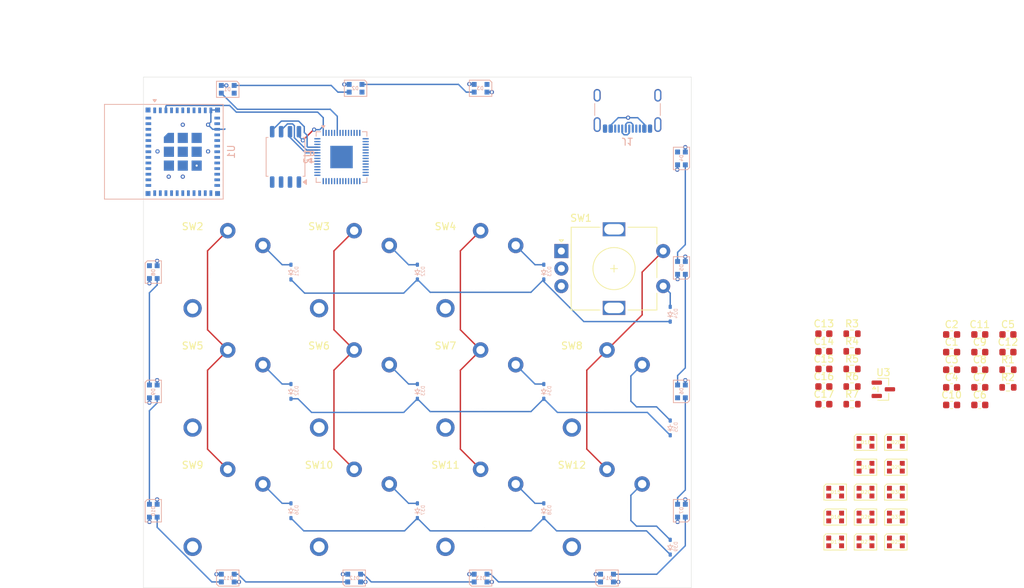
<source format=kicad_pcb>
(kicad_pcb (version 20241229) (generator "pcbnew") (generator_version "9.0")
  (layers (0 "F.Cu" signal) (4 "In1.Cu" power "GND.Cu") (6 "In2.Cu" power "5V.Cu") (2 "B.Cu" signal) (13 "F.Paste" user) (15 "B.Paste" user) (5 "F.SilkS" user "F.Silkscreen") (7 "B.SilkS" user "B.Silkscreen") (1 "F.Mask" user) (3 "B.Mask" user) (25 "Edge.Cuts" user))
  (net 0 "")
  (net 1 "/c1")
  (net 2 "/c2")
  (net 3 "/c3")
  (net 4 "/c4")
  (net 5 "/r1")
  (net 6 "/r2")
  (net 7 "/r3")
  (net 8 "+1V1")
  (net 9 "GND")
  (net 10 "+3V3")
  (net 11 "/backlight")
  (net 12 "+5V")
  (net 13 "Net-(D18-DOUT)")
  (net 14 "Net-(D19-DOUT)")
  (net 15 "Net-(D20-DOUT)")
  (net 16 "/underswitch")
  (net 18 "Net-(J1-CC1)")
  (net 20 "/D-")
  (net 21 "/D+")
  (net 22 "Net-(J1-CC2)")
  (net 23 "/QSPI_SD3")
  (net 24 "/QSPI_SD2")
  (net 25 "/QSPI_SD0")
  (net 26 "/XIN")
  (net 27 "/XOUT")
  (net 28 "/QSPI_SS")
  (net 29 "/QSPI_SD1")
  (net 30 "/QSPI_SCLK")
  (net 31 "/ESP-RX")
  (net 32 "/ESP-TX")
  (net 33 "Net-(D15-DOUT)")
  (net 34 "Net-(D16-DOUT)")
  (net 35 "Net-(D17-DOUT)")
  (net 36 "Net-(D1-DOUT)")
  (net 37 "Net-(D2-DOUT)")
  (net 38 "Net-(D3-DOUT)")
  (net 39 "Net-(D4-DOUT)")
  (net 40 "Net-(D5-DOUT)")
  (net 41 "Net-(D6-DOUT)")
  (net 42 "Net-(D14-DIN)")
  (net 43 "Net-(D8-DIN)")
  (net 45 "Net-(D10-DOUT)")
  (net 46 "Net-(D10-DIN)")
  (net 47 "Net-(D11-DIN)")
  (net 48 "Net-(D12-DIN)")
  (net 49 "Net-(D13-DIN)")
  (net 50 "Net-(D21-A)")
  (net 51 "Net-(D22-A)")
  (net 52 "Net-(D23-A)")
  (net 53 "Net-(D24-A)")
  (net 54 "Net-(D25-DIN)")
  (net 56 "Net-(D26-DIN)")
  (net 57 "Net-(D27-DIN)")
  (net 58 "Net-(D28-DIN)")
  (net 59 "Net-(D29-DIN)")
  (net 60 "Net-(D30-DIN)")
  (net 61 "Net-(D32-A)")
  (net 62 "Net-(D33-A)")
  (net 63 "Net-(D34-A)")
  (net 64 "Net-(D35-A)")
  (net 65 "Net-(D36-A)")
  (net 66 "Net-(D37-A)")
  (net 67 "Net-(D38-A)")
  (net 68 "Net-(D39-A)")
  (net 69 "VBUS")
  (net 70 "Net-(C16-Pad2)")
  (net 71 "Net-(U2-USB_DP)")
  (net 107 "Net-(U2-USB_DM)")
  (net 125 "Net-(R6-Pad1)")
  (net 126 "/1B")
  (net 127 "/1A")
  (footprint "Capacitor_SMD:C_0603_1608Metric" (layer "F.Cu") (at 161.075 96.4)
    (property "Reference" "C9")
    (property "Value" "100nf")
  )
  (footprint "Capacitor_SMD:C_0603_1608Metric" (layer "F.Cu") (at 157.065 103.93)
    (property "Reference" "C10")
    (property "Value" "100nf")
  )
  (footprint "Capacitor_SMD:C_0603_1608Metric" (layer "F.Cu") (at 161.075 98.91)
    (property "Reference" "C8")
    (property "Value" "100nf")
  )
  (footprint "Choc:Choc_V1V2_1.00u" (layer "F.Cu") (at 72 85)
    (property "Reference" "SW3")
    (property "Value" "SW_Push_45deg")
  )
  (footprint "Capacitor_SMD:C_0603_1608Metric" (layer "F.Cu") (at 157.065 93.89)
    (property "Reference" "C2")
    (property "Value" "100nf")
  )
  (footprint "Capacitor_SMD:C_0603_1608Metric" (layer "F.Cu") (at 161.075 101.42)
    (property "Reference" "C7")
    (property "Value" "100nf")
  )
  (footprint "Capacitor_SMD:C_0603_1608Metric" (layer "F.Cu") (at 138.875 101.31)
    (property "Reference" "C16")
    (property "Value" "33pf")
  )
  (footprint "Capacitor_SMD:C_0603_1608Metric" (layer "F.Cu") (at 138.875 96.29)
    (property "Reference" "C14")
    (property "Value" "10uf")
  )
  (footprint "Rotary_Encoder:RotaryEncoder_Alps_EC11E-Switch_Vertical_H20mm" (layer "F.Cu") (at 101.5 82)
    (property "Reference" "SW1")
    (property "Value" "RotaryEncoder_Switch")
  )
  (footprint "Choc:Choc_V1V2_1.00u" (layer "F.Cu") (at 108 119)
    (property "Reference" "SW12")
    (property "Value" "SW_Push_45deg")
  )
  (footprint "LED_SMD:LED_WS2812B-2020_PLCC4_2.0x2.0mm" (layer "F.Cu") (at 149.125 109.25)
    (property "Reference" "D28")
    (property "Value" "WS2812B-2020")
  )
  (footprint "Choc:Choc_V1V2_1.00u" (layer "F.Cu") (at 90 102)
    (property "Reference" "SW7")
    (property "Value" "SW_Push_45deg")
  )
  (footprint "LED_SMD:LED_WS2812B-2020_PLCC4_2.0x2.0mm" (layer "F.Cu") (at 149.125 112.8)
    (property "Reference" "D29")
    (property "Value" "WS2812B-2020")
  )
  (footprint "Resistor_SMD:R_0603_1608Metric" (layer "F.Cu") (at 142.885 103.82)
    (property "Reference" "R7")
    (property "Value" "10k")
  )
  (footprint "Capacitor_SMD:C_0603_1608Metric" (layer "F.Cu") (at 138.875 103.82)
    (property "Reference" "C17")
    (property "Value" "0.1uf")
  )
  (footprint "Resistor_SMD:R_0603_1608Metric" (layer "F.Cu") (at 142.885 93.78)
    (property "Reference" "R3")
    (property "Value" "27")
  )
  (footprint "LED_SMD:LED_WS2812B-2020_PLCC4_2.0x2.0mm" (layer "F.Cu") (at 144.805 119.9)
    (property "Reference" "D26")
    (property "Value" "WS2812B-2020")
  )
  (footprint "Choc:Choc_V1V2_1.00u" (layer "F.Cu") (at 54 102)
    (property "Reference" "SW5")
    (property "Value" "SW_Push_45deg")
  )
  (footprint "Capacitor_SMD:C_0603_1608Metric" (layer "F.Cu") (at 157.065 96.4)
    (property "Reference" "C1")
    (property "Value" "1uf")
  )
  (footprint "LED_SMD:LED_WS2812B-2020_PLCC4_2.0x2.0mm" (layer "F.Cu") (at 144.805 112.8)
    (property "Reference" "D19")
    (property "Value" "WS2812B-2020")
  )
  (footprint "Capacitor_SMD:C_0603_1608Metric" (layer "F.Cu") (at 157.065 101.42)
    (property "Reference" "C4")
    (property "Value" "1uf")
  )
  (footprint "Capacitor_SMD:C_0603_1608Metric" (layer "F.Cu") (at 161.075 103.93)
    (property "Reference" "C6")
    (property "Value" "100nf")
  )
  (footprint "LED_SMD:LED_WS2812B-2020_PLCC4_2.0x2.0mm" (layer "F.Cu") (at 149.125 116.35)
    (property "Reference" "D30")
    (property "Value" "WS2812B-2020")
  )
  (footprint "LED_SMD:LED_WS2812B-2020_PLCC4_2.0x2.0mm" (layer "F.Cu") (at 140.485 123.45)
    (property "Reference" "D17")
    (property "Value" "WS2812B-2020")
  )
  (footprint "Resistor_SMD:R_0603_1608Metric" (layer "F.Cu") (at 142.885 98.8)
    (property "Reference" "R5")
    (property "Value" "1k")
  )
  (footprint "LED_SMD:LED_WS2812B-2020_PLCC4_2.0x2.0mm" (layer "F.Cu") (at 144.805 116.35)
    (property "Reference" "D20")
    (property "Value" "WS2812B-2020")
  )
  (footprint "Choc:Choc_V1V2_1.00u" (layer "F.Cu") (at 54 85)
    (property "Reference" "SW2")
    (property "Value" "SW_Push_45deg")
  )
  (footprint "Choc:Choc_V1V2_1.00u" (layer "F.Cu") (at 72 119)
    (property "Reference" "SW10")
    (property "Value" "SW_Push_45deg")
  )
  (footprint "LED_SMD:LED_WS2812B-2020_PLCC4_2.0x2.0mm" (layer "F.Cu") (at 149.125 123.45)
    (property "Reference" "D25")
    (property "Value" "WS2812B-2020")
  )
  (footprint "LED_SMD:LED_WS2812B-2020_PLCC4_2.0x2.0mm" (layer "F.Cu") (at 144.805 109.25)
    (property "Reference" "D18")
    (property "Value" "WS2812B-2020")
  )
  (footprint "Capacitor_SMD:C_0603_1608Metric" (layer "F.Cu") (at 165.085 96.4)
    (property "Reference" "C12")
    (property "Value" "100nf")
  )
  (footprint "Capacitor_SMD:C_0603_1608Metric" (layer "F.Cu") (at 138.875 98.8)
    (property "Reference" "C15")
    (property "Value" "33pf")
  )
  (footprint "Package_TO_SOT_SMD:SOT-23" (layer "F.Cu") (at 147.345 101.7)
    (property "Reference" "U3")
    (property "Value" "MCP1700x-300xxTT")
  )
  (footprint "Choc:Choc_V1V2_1.00u" (layer "F.Cu") (at 90 119)
    (property "Reference" "SW11")
    (property "Value" "SW_Push_45deg")
  )
  (footprint "LED_SMD:LED_WS2812B-2020_PLCC4_2.0x2.0mm" (layer "F.Cu") (at 149.125 119.9)
    (property "Reference" "D31")
    (property "Value" "WS2812B-2020")
  )
  (footprint "Capacitor_SMD:C_0603_1608Metric" (layer "F.Cu") (at 157.065 98.91)
    (property "Reference" "C3")
    (property "Value" "100nf")
  )
  (footprint "Capacitor_SMD:C_0603_1608Metric" (layer "F.Cu") (at 161.075 93.89)
    (property "Reference" "C11")
    (property "Value" "100nf")
  )
  (footprint "Resistor_SMD:R_0603_1608Metric" (layer "F.Cu") (at 142.885 101.31)
    (property "Reference" "R6")
    (property "Value" "1k")
  )
  (footprint "LED_SMD:LED_WS2812B-2020_PLCC4_2.0x2.0mm" (layer "F.Cu") (at 144.805 123.45)
    (property "Reference" "D27")
    (property "Value" "WS2812B-2020")
  )
  (footprint "LED_SMD:LED_WS2812B-2020_PLCC4_2.0x2.0mm" (layer "F.Cu") (at 140.485 116.35)
    (property "Reference" "D15")
    (property "Value" "WS2812B-2020")
  )
  (footprint "Resistor_SMD:R_0603_1608Metric" (layer "F.Cu") (at 142.885 96.29)
    (property "Reference" "R4")
    (property "Value" "27")
  )
  (footprint "Resistor_SMD:R_0603_1608Metric" (layer "F.Cu") (at 165.085 101.42)
    (property "Reference" "R2")
    (property "Value" "5.1k")
  )
  (footprint "Choc:Choc_V1V2_1.00u" (layer "F.Cu") (at 72 102)
    (property "Reference" "SW6")
    (property "Value" "SW_Push_45deg")
  )
  (footprint "Choc:Choc_V1V2_1.00u" (layer "F.Cu") (at 108 102)
    (property "Reference" "SW8")
    (property "Value" "SW_Push_45deg")
  )
  (footprint "Choc:Choc_V1V2_1.00u" (layer "F.Cu") (at 54 119)
    (property "Reference" "SW9")
    (property "Value" "SW_Push_45deg")
  )
  (footprint "LED_SMD:LED_WS2812B-2020_PLCC4_2.0x2.0mm" (layer "F.Cu") (at 140.485 119.9)
    (property "Reference" "D16")
    (property "Value" "WS2812B-2020")
  )
  (footprint "Choc:Choc_V1V2_1.00u" (layer "F.Cu") (at 90 85)
    (property "Reference" "SW4")
    (property "Value" "SW_Push_45deg")
  )
  (footprint "Resistor_SMD:R_0603_1608Metric" (layer "F.Cu") (at 165.085 98.91)
    (property "Reference" "R1")
    (property "Value" "5.1k")
  )
  (footprint "Capacitor_SMD:C_0603_1608Metric" (layer "F.Cu") (at 138.875 93.78)
    (property "Reference" "C13")
    (property "Value" "10uf")
  )
  (footprint "Capacitor_SMD:C_0603_1608Metric" (layer "F.Cu") (at 165.085 93.89)
    (property "Reference" "C5")
    (property "Value" "100nf")
  )
  (footprint "Diode_SMD:D_SOD-323" (layer "B.Cu") (at 63 85 90)
    (property "Reference" "D21")
    (property "Value" "D_Small")
  )
  (footprint "Diode_SMD:D_SOD-323" (layer "B.Cu") (at 81 119 90)
    (property "Reference" "D37")
    (property "Value" "D_Small")
  )
  (footprint "LED_SMD:LED_WS2812B-2020_PLCC4_2.0x2.0mm" (layer "B.Cu") (at 43.4 119 -90)
    (property "Reference" "D10")
    (property "Value" "WS2812B-2020")
  )
  (footprint "LED_SMD:LED_WS2812B-2020_PLCC4_2.0x2.0mm" (layer "B.Cu") (at 43.4 85 -90)
    (property "Reference" "D8")
    (property "Value" "WS2812B-2020")
  )
  (footprint "Diode_SMD:D_SOD-323" (layer "B.Cu") (at 117 107.2 90)
    (property "Reference" "D35")
    (property "Value" "D_Small")
  )
  (footprint "LED_SMD:LED_WS2812B-2020_PLCC4_2.0x2.0mm" (layer "B.Cu") (at 118.6 102 90)
    (property "Reference" "D6")
    (property "Value" "WS2812B-2020")
  )
  (footprint "LED_SMD:LED_WS2812B-2020_PLCC4_2.0x2.0mm" (layer "B.Cu") (at 43.4 102 -90)
    (property "Reference" "D9")
    (property "Value" "WS2812B-2020")
  )
  (footprint "Diode_SMD:D_SOD-323" (layer "B.Cu") (at 63 119 90)
    (property "Reference" "D36")
    (property "Value" "D_Small")
  )
  (footprint "LED_SMD:LED_WS2812B-2020_PLCC4_2.0x2.0mm" (layer "B.Cu") (at 90 128.6)
    (property "Reference" "D13")
    (property "Value" "WS2812B-2020")
  )
  (footprint "LED_SMD:LED_WS2812B-2020_PLCC4_2.0x2.0mm" (layer "B.Cu") (at 72.2 58.8 180)
    (property "Reference" "D2")
    (property "Value" "WS2812B-2020")
  )
  (footprint "LED_SMD:LED_WS2812B-2020_PLCC4_2.0x2.0mm" (layer "B.Cu") (at 72 128.6)
    (property "Reference" "D12")
    (property "Value" "WS2812B-2020")
  )
  (footprint "LED_SMD:LED_WS2812B-2020_PLCC4_2.0x2.0mm" (layer "B.Cu") (at 54 128.6)
    (property "Reference" "D11")
    (property "Value" "WS2812B-2020")
  )
  (footprint "Diode_SMD:D_SOD-323" (layer "B.Cu") (at 99 119 90)
    (property "Reference" "D38")
    (property "Value" "D_Small")
  )
  (footprint "Diode_SMD:D_SOD-323" (layer "B.Cu") (at 81 102 90)
    (property "Reference" "D33")
    (property "Value" "D_Small")
  )
  (footprint "Connector_USB:USB_C_Receptacle_GCT_USB4105-xx-A_16P_TopMnt_Horizontal" (layer "B.Cu") (at 110.92 60.875)
    (property "Reference" "J1")
    (property "Value" "USB_C_Receptacle_USB2.0_16P")
  )
  (footprint "LED_SMD:LED_WS2812B-2020_PLCC4_2.0x2.0mm" (layer "B.Cu") (at 118.6 68.8 90)
    (property "Reference" "D4")
    (property "Value" "WS2812B-2020")
  )
  (footprint "Package_DFN_QFN:QFN-56-1EP_7x7mm_P0.4mm_EP3.2x3.2mm" (layer "B.Cu") (at 70.2 68.6 -90)
    (property "Reference" "U2")
    (property "Value" "RP2040")
  )
  (footprint "LED_SMD:LED_WS2812B-2020_PLCC4_2.0x2.0mm" (layer "B.Cu") (at 90 58.8 180)
    (property "Reference" "D3")
    (property "Value" "WS2812B-2020")
  )
  (footprint "LED_SMD:LED_WS2812B-2020_PLCC4_2.0x2.0mm" (layer "B.Cu") (at 108 128.6)
    (property "Reference" "D14")
    (property "Value" "WS2812B-2020")
  )
  (footprint "Diode_SMD:D_SOD-323" (layer "B.Cu") (at 63 102 90)
    (property "Reference" "D32")
    (property "Value" "D_Small")
  )
  (footprint "Diode_SMD:D_SOD-323" (layer "B.Cu") (at 117 91 90)
    (property "Reference" "D24")
    (property "Value" "D_Small")
  )
  (footprint "LED_SMD:LED_WS2812B-2020_PLCC4_2.0x2.0mm" (layer "B.Cu") (at 118.6 84.4 90)
    (property "Reference" "D5")
    (property "Value" "WS2812B-2020")
  )
  (footprint "LED_SMD:LED_WS2812B-2020_PLCC4_2.0x2.0mm" (layer "B.Cu") (at 54 58.95 180)
    (property "Reference" "D1")
    (property "Value" "WS2812B-2020")
  )
  (footprint "Diode_SMD:D_SOD-323" (layer "B.Cu") (at 99 102 90)
    (property "Reference" "D34")
    (property "Value" "D_Small")
  )
  (footprint "Diode_SMD:D_SOD-323" (layer "B.Cu") (at 81 85 90)
    (property "Reference" "D22")
    (property "Value" "D_Small")
  )
  (footprint "Package_SO:SOIC-8_5.3x5.3mm_P1.27mm" (layer "B.Cu") (at 62.23 68.58 90)
    (property "Reference" "U4")
    (property "Value" "W25Q16JVSS")
  )
  (footprint "Diode_SMD:D_SOD-323" (layer "B.Cu") (at 99 85 90)
    (property "Reference" "D23")
    (property "Value" "D_Small")
  )
  (footprint "RF_Module:ESP32-C6-MINI-1" (layer "B.Cu") (at 47.6 67.85 -90)
    (property "Reference" "U1")
    (property "Value" "ESP32-C6-MINI-1")
  )
  (footprint "LED_SMD:LED_WS2812B-2020_PLCC4_2.0x2.0mm" (layer "B.Cu") (at 118.6 119 90)
    (property "Reference" "D7")
    (property "Value" "WS2812B-2020")
  )
  (footprint "Diode_SMD:D_SOD-323" (layer "B.Cu") (at 117 124.2 90)
    (property "Reference" "D39")
    (property "Value" "D_Small")
  )
  (gr_rect (start 42 57.2) (end 120 130) (stroke (width 0.05)) (fill no) (layer "Edge.Cuts"))
  (segment (start 51.124 98.976) (end 51.124 110.224) (width 0.2) (layer "F.Cu") (net 1))
  (segment (start 54 79.1) (end 51.124 81.976) (width 0.2) (layer "F.Cu") (net 1))
  (segment (start 51.124 93.224) (end 54 96.1) (width 0.2) (layer "F.Cu") (net 1))
  (segment (start 51.124 81.976) (end 51.124 93.224) (width 0.2) (layer "F.Cu") (net 1))
  (segment (start 51.124 110.224) (end 54 113.1) (width 0.2) (layer "F.Cu") (net 1))
  (segment (start 54 96.1) (end 51.124 98.976) (width 0.2) (layer "F.Cu") (net 1))
  (segment (start 72 113.1) (end 69.124 110.224) (width 0.2) (layer "F.Cu") (net 2))
  (segment (start 69.124 98.976) (end 72 96.1) (width 0.2) (layer "F.Cu") (net 2))
  (segment (start 69.124 110.224) (end 69.124 98.976) (width 0.2) (layer "F.Cu") (net 2))
  (segment (start 69.124 93.224) (end 69.124 81.976) (width 0.2) (layer "F.Cu") (net 2))
  (segment (start 72 96.1) (end 69.124 93.224) (width 0.2) (layer "F.Cu") (net 2))
  (segment (start 69.124 81.976) (end 72 79.1) (width 0.2) (layer "F.Cu") (net 2))
  (segment (start 87.124 98.976) (end 87.124 110.224) (width 0.2) (layer "F.Cu") (net 3))
  (segment (start 87.124 81.976) (end 87.124 93.224) (width 0.2) (layer "F.Cu") (net 3))
  (segment (start 90 96.1) (end 87.124 98.976) (width 0.2) (layer "F.Cu") (net 3))
  (segment (start 87.124 110.224) (end 90 113.1) (width 0.2) (layer "F.Cu") (net 3))
  (segment (start 90 79.1) (end 87.124 81.976) (width 0.2) (layer "F.Cu") (net 3))
  (segment (start 87.124 93.224) (end 90 96.1) (width 0.2) (layer "F.Cu") (net 3))
  (segment (start 105.124 110.224) (end 105.124 98.976) (width 0.2) (layer "F.Cu") (net 4))
  (segment (start 108 113.1) (end 105.124 110.224) (width 0.2) (layer "F.Cu") (net 4))
  (segment (start 116 82) (end 113 85) (width 0.2) (layer "F.Cu") (net 4))
  (segment (start 105.124 98.976) (end 108 96.1) (width 0.2) (layer "F.Cu") (net 4))
  (segment (start 113 85) (end 113 91.1) (width 0.2) (layer "F.Cu") (net 4))
  (segment (start 113 91.1) (end 108 96.1) (width 0.2) (layer "F.Cu") (net 4))
  (segment (start 97.174 87.876) (end 99 86.05) (width 0.2) (layer "B.Cu") (net 5))
  (segment (start 79.05 88) (end 81 86.05) (width 0.2) (layer "B.Cu") (net 5))
  (segment (start 81 86.05) (end 82.826 87.876) (width 0.2) (layer "B.Cu") (net 5))
  (segment (start 104.700001 92.05) (end 117 92.05) (width 0.2) (layer "B.Cu") (net 5))
  (segment (start 99 86.349999) (end 104.700001 92.05) (width 0.2) (layer "B.Cu") (net 5))
  (segment (start 82.826 87.876) (end 97.174 87.876) (width 0.2) (layer "B.Cu") (net 5))
  (segment (start 64.95 88) (end 79.05 88) (width 0.2) (layer "B.Cu") (net 5))
  (segment (start 63 86.05) (end 64.95 88) (width 0.2) (layer "B.Cu") (net 5))
  (segment (start 99 86.05) (end 99 86.349999) (width 0.2) (layer "B.Cu") (net 5))
  (segment (start 81 103.05) (end 82.826 104.876) (width 0.2) (layer "B.Cu") (net 6))
  (segment (start 97.174 104.876) (end 99 103.05) (width 0.2) (layer "B.Cu") (net 6))
  (segment (start 65.95 105) (end 79.05 105) (width 0.2) (layer "B.Cu") (net 6))
  (segment (start 99 103.05) (end 100.95 105) (width 0.2) (layer "B.Cu") (net 6))
  (segment (start 79.05 105) (end 81 103.05) (width 0.2) (layer "B.Cu") (net 6))
  (segment (start 64 103.05) (end 65.95 105) (width 0.2) (layer "B.Cu") (net 6))
  (segment (start 82.826 104.876) (end 97.174 104.876) (width 0.2) (layer "B.Cu") (net 6))
  (segment (start 117 108.25) (end 113.75 105) (width 0.2) (layer "B.Cu") (net 6))
  (segment (start 63 103.05) (end 64 103.05) (width 0.2) (layer "B.Cu") (net 6))
  (segment (start 113.75 105) (end 100.95 105) (width 0.2) (layer "B.Cu") (net 6))
  (segment (start 79.174 121.876) (end 81 120.05) (width 0.2) (layer "B.Cu") (net 7))
  (segment (start 64.826 121.876) (end 79.174 121.876) (width 0.2) (layer "B.Cu") (net 7))
  (segment (start 117 125.25) (end 113.626 121.876) (width 0.2) (layer "B.Cu") (net 7))
  (segment (start 113.626 121.876) (end 100.826 121.876) (width 0.2) (layer "B.Cu") (net 7))
  (segment (start 82.826 121.876) (end 97.174 121.876) (width 0.2) (layer "B.Cu") (net 7))
  (segment (start 81 120.05) (end 82.826 121.876) (width 0.2) (layer "B.Cu") (net 7))
  (segment (start 97.174 121.876) (end 99 120.05) (width 0.2) (layer "B.Cu") (net 7))
  (segment (start 99 120.05) (end 100.826 121.876) (width 0.2) (layer "B.Cu") (net 7))
  (segment (start 63 120.05) (end 64.826 121.876) (width 0.2) (layer "B.Cu") (net 7))
  (via (at 43.95 83.4) (size 0.6) (drill 0.3) (layers "F.Cu" "B.Cu") (net 9))
  (via (at 118.05 120.6) (size 0.6) (drill 0.3) (layers "F.Cu" "B.Cu") (net 9))
  (via (at 49.575 69.825) (size 0.6) (drill 0.3) (layers "F.Cu" "B.Cu") (net 9))
  (via (at 70.4 128.05) (size 0.6) (drill 0.3) (layers "F.Cu" "B.Cu") (net 9))
  (via (at 88.4 128.05) (size 0.6) (drill 0.3) (layers "F.Cu" "B.Cu") (net 9))
  (via (at 47.6 64) (size 0.6) (drill 0.3) (layers "F.Cu" "B.Cu") (net 9))
  (via (at 43.95 100.4) (size 0.6) (drill 0.3) (layers "F.Cu" "B.Cu") (net 9))
  (via (at 43.95 117.4) (size 0.6) (drill 0.3) (layers "F.Cu" "B.Cu") (net 9))
  (via (at 118 70.4) (size 0.6) (drill 0.3) (layers "F.Cu" "B.Cu") (net 9))
  (via (at 51.2 64) (size 0.6) (drill 0.3) (layers "F.Cu" "B.Cu") (net 9))
  (via (at 51.2 67.8) (size 0.6) (drill 0.3) (layers "F.Cu" "B.Cu") (net 9))
  (via (at 45.6 71.4) (size 0.6) (drill 0.3) (layers "F.Cu" "B.Cu") (net 9))
  (via (at 44 67.8) (size 0.6) (drill 0.3) (layers "F.Cu" "B.Cu") (net 9))
  (via (at 47.6 71.4) (size 0.6) (drill 0.3) (layers "F.Cu" "B.Cu") (net 9))
  (via (at 52.4 128.05) (size 0.6) (drill 0.3) (layers "F.Cu" "B.Cu") (net 9))
  (via (at 106.4 128.05) (size 0.6) (drill 0.3) (layers "F.Cu" "B.Cu") (net 9))
  (via (at 91.6 59.35) (size 0.6) (drill 0.3) (layers "F.Cu" "B.Cu") (net 9))
  (via (at 118.05 86) (size 0.6) (drill 0.3) (layers "F.Cu" "B.Cu") (net 9))
  (segment (start 43.95 118.085) (end 43.95 117.4) (width 0.2) (layer "B.Cu") (net 9))
  (segment (start 43.95 101.085) (end 43.95 100.4) (width 0.2) (layer "B.Cu") (net 9))
  (segment (start 118.05 119.915) (end 118.05 120.6) (width 0.2) (layer "B.Cu") (net 9))
  (segment (start 51.6 63.6) (end 51.2 64) (width 0.2) (layer "B.Cu") (net 9))
  (segment (start 89.085 128.05) (end 88.4 128.05) (width 0.2) (layer "B.Cu") (net 9))
  (segment (start 90.915 59.35) (end 91.6 59.35) (width 0.2) (layer "B.Cu") (net 9))
  (segment (start 51.6 61.95) (end 51.6 63.6) (width 0.2) (layer "B.Cu") (net 9))
  (segment (start 52.55 61.9) (end 51.65 61.9) (width 0.2) (layer "B.Cu") (net 9))
  (segment (start 118.05 85.315) (end 118.05 86) (width 0.2) (layer "B.Cu") (net 9))
  (segment (start 118.05 69.715) (end 118.05 70.35) (width 0.2) (layer "B.Cu") (net 9))
  (segment (start 53.55 64.65) (end 53.6 64.6) (width 0.2) (layer "B.Cu") (net 9))
  (segment (start 118.05 70.35) (end 118 70.4) (width 0.2) (layer "B.Cu") (net 9))
  (segment (start 51.65 61.9) (end 51.6 61.95) (width 0.2) (layer "B.Cu") (net 9))
  (segment (start 53.085 128.05) (end 52.4 128.05) (width 0.2) (layer "B.Cu") (net 9))
  (segment (start 43.95 84.085) (end 43.95 83.4) (width 0.2) (layer "B.Cu") (net 9))
  (segment (start 52.5 64.65) (end 53.55 64.65) (width 0.2) (layer "B.Cu") (net 9))
  (segment (start 107.085 128.05) (end 106.4 128.05) (width 0.2) (layer "B.Cu") (net 9))
  (segment (start 51.85 64.65) (end 51.2 64) (width 0.2) (layer "B.Cu") (net 9))
  (segment (start 52.5 64.65) (end 51.85 64.65) (width 0.2) (layer "B.Cu") (net 9))
  (segment (start 71.085 128.05) (end 70.4 128.05) (width 0.2) (layer "B.Cu") (net 9))
  (segment (start 66.224372 64.7) (end 66.3 64.7) (width 0.2) (layer "F.Cu") (net 10))
  (segment (start 64.7 66.224372) (end 66.224372 64.7) (width 0.2) (layer "F.Cu") (net 10))
  (via (at 66.3 64.7) (size 0.6) (drill 0.3) (layers "F.Cu" "B.Cu") (net 10))
  (via (at 64.7 66.224372) (size 0.6) (drill 0.3) (layers "F.Cu" "B.Cu") (net 10))
  (segment (start 66.3 64.7) (end 67.1 64.7) (width 0.2) (layer "B.Cu") (net 10))
  (segment (start 67.6 63) (end 67.6 64.2) (width 0.2) (layer "B.Cu") (net 10))
  (segment (start 67.1 64.7) (end 67.6 64.2) (width 0.2) (layer "B.Cu") (net 10))
  (segment (start 67.6 64.2) (end 67.6 65.1625) (width 0.2) (layer "B.Cu") (net 10))
  (segment (start 64.135 64.9925) (end 64.135 65.659372) (width 0.2) (layer "B.Cu") (net 10))
  (segment (start 45.301 61.249) (end 54.2669 61.249) (width 0.2) (layer "B.Cu") (net 10))
  (segment (start 45.2 61.35) (end 45.301 61.249) (width 0.2) (layer "B.Cu") (net 10))
  (segment (start 45.2 61.95) (end 45.2 61.35) (width 0.2) (layer "B.Cu") (net 10))
  (segment (start 55.2179 62.2) (end 66.8 62.2) (width 0.2) (layer "B.Cu") (net 10))
  (segment (start 54.2669 61.249) (end 55.2179 62.2) (width 0.2) (layer "B.Cu") (net 10))
  (segment (start 66.8 62.2) (end 67.6 63) (width 0.2) (layer "B.Cu") (net 10))
  (segment (start 64.135 65.659372) (end 64.7 66.224372) (width 0.2) (layer "B.Cu") (net 10))
  (segment (start 53.085 59.5) (end 55.385 61.8) (width 0.2) (layer "B.Cu") (net 11))
  (segment (start 69.6 62.8) (end 69.6 65.1625) (width 0.2) (layer "B.Cu") (net 11))
  (segment (start 55.385 61.8) (end 68.6 61.8) (width 0.2) (layer "B.Cu") (net 11))
  (segment (start 68.6 61.8) (end 69.6 62.8) (width 0.2) (layer "B.Cu") (net 11))
  (via (at 53.8 58.4) (size 0.6) (drill 0.3) (layers "F.Cu" "B.Cu") (net 12))
  (via (at 119.15 100.4) (size 0.6) (drill 0.3) (layers "F.Cu" "B.Cu") (net 12))
  (via (at 42.85 103.6) (size 0.6) (drill 0.3) (layers "F.Cu" "B.Cu") (net 12))
  (via (at 119.15 117.4) (size 0.6) (drill 0.3) (layers "F.Cu" "B.Cu") (net 12))
  (via (at 109.6 129.15) (size 0.6) (drill 0.3) (layers "F.Cu" "B.Cu") (net 12))
  (via (at 91.6 129.15) (size 0.6) (drill 0.3) (layers "F.Cu" "B.Cu") (net 12))
  (via (at 70.6 58.25) (size 0.6) (drill 0.3) (layers "F.Cu" "B.Cu") (net 12))
  (via (at 55.6 129.15) (size 0.6) (drill 0.3) (layers "F.Cu" "B.Cu") (net 12))
  (via (at 88.4 58.2) (size 0.6) (drill 0.3) (layers "F.Cu" "B.Cu") (net 12))
  (via (at 119.15 67.2) (size 0.6) (drill 0.3) (layers "F.Cu" "B.Cu") (net 12))
  (via (at 42.85 86.6) (size 0.6) (drill 0.3) (layers "F.Cu" "B.Cu") (net 12))
  (via (at 73.6 129.15) (size 0.6) (drill 0.3) (layers "F.Cu" "B.Cu") (net 12))
  (via (at 42.85 120.6) (size 0.6) (drill 0.3) (layers "F.Cu" "B.Cu") (net 12))
  (via (at 119.15 82.8) (size 0.6) (drill 0.3) (layers "F.Cu" "B.Cu") (net 12))
  (segment (start 53.085 58.4) (end 53.8 58.4) (width 0.2) (layer "B.Cu") (net 12))
  (segment (start 119.15 83.485) (end 119.15 82.8) (width 0.2) (layer "B.Cu") (net 12))
  (segment (start 119.15 67.885) (end 119.15 67.2) (width 0.2) (layer "B.Cu") (net 12))
  (segment (start 71.285 58.25) (end 70.6 58.25) (width 0.2) (layer "B.Cu") (net 12))
  (segment (start 119.15 101.085) (end 119.15 100.4) (width 0.2) (layer "B.Cu") (net 12))
  (segment (start 42.85 102.915) (end 42.85 103.6) (width 0.2) (layer "B.Cu") (net 12))
  (segment (start 54.915 129.15) (end 55.6 129.15) (width 0.2) (layer "B.Cu") (net 12))
  (segment (start 72.915 129.15) (end 73.6 129.15) (width 0.2) (layer "B.Cu") (net 12))
  (segment (start 88.45 58.25) (end 89.085 58.25) (width 0.2) (layer "B.Cu") (net 12))
  (segment (start 42.85 119.915) (end 42.85 120.6) (width 0.2) (layer "B.Cu") (net 12))
  (segment (start 88.4 58.2) (end 88.45 58.25) (width 0.2) (layer "B.Cu") (net 12))
  (segment (start 108.915 129.15) (end 109.6 129.15) (width 0.2) (layer "B.Cu") (net 12))
  (segment (start 42.85 85.915) (end 42.85 86.6) (width 0.2) (layer "B.Cu") (net 12))
  (segment (start 119.15 118.085) (end 119.15 117.4) (width 0.2) (layer "B.Cu") (net 12))
  (segment (start 90.915 129.15) (end 91.6 129.15) (width 0.2) (layer "B.Cu") (net 12))
  (segment (start 111.17 65.163824) (end 111.17 64.555) (width 0.2) (layer "B.Cu") (net 20))
  (segment (start 110.902824 65.431) (end 111.17 65.163824) (width 0.2) (layer "B.Cu") (net 20))
  (segment (start 110.17 64.555) (end 110.17 65.163824) (width 0.2) (layer "B.Cu") (net 20))
  (segment (start 110.17 65.163824) (end 110.437176 65.431) (width 0.2) (layer "B.Cu") (net 20))
  (segment (start 110.437176 65.431) (end 110.902824 65.431) (width 0.2) (layer "B.Cu") (net 20))
  (segment (start 111.67 63.946176) (end 111.402824 63.679) (width 0.2) (layer "B.Cu") (net 21))
  (segment (start 110.67 63.93) (end 110.67 64.555) (width 0.2) (layer "B.Cu") (net 21))
  (segment (start 111.402824 63.679) (end 110.921 63.679) (width 0.2) (layer "B.Cu") (net 21))
  (segment (start 111.67 64.555) (end 111.67 63.946176) (width 0.2) (layer "B.Cu") (net 21))
  (segment (start 110.921 63.679) (end 110.67 63.93) (width 0.2) (layer "B.Cu") (net 21))
  (segment (start 62.865 64.9925) (end 62.865 65.804999) (width 0.2) (layer "B.Cu") (net 23))
  (segment (start 62.865 65.804999) (end 65.060001 68) (width 0.2) (layer "B.Cu") (net 23))
  (segment (start 65.060001 68) (end 66.7625 68) (width 0.2) (layer "B.Cu") (net 23))
  (segment (start 66.7625 67.2) (end 65.394201 67.2) (width 0.2) (layer "B.Cu") (net 25))
  (segment (start 64.09299 63.478) (end 61.63701 63.478) (width 0.2) (layer "B.Cu") (net 25))
  (segment (start 64.9 65.1) (end 64.9 64.28501) (width 0.2) (layer "B.Cu") (net 25))
  (segment (start 60.325 64.79001) (end 60.325 64.9925) (width 0.2) (layer "B.Cu") (net 25))
  (segment (start 65.394201 67.2) (end 65.3 67.105799) (width 0.2) (layer "B.Cu") (net 25))
  (segment (start 64.9 64.28501) (end 64.09299 63.478) (width 0.2) (layer "B.Cu") (net 25))
  (segment (start 65.3 67.105799) (end 65.3 65.5) (width 0.2) (layer "B.Cu") (net 25))
  (segment (start 61.63701 63.478) (end 60.325 64.79001) (width 0.2) (layer "B.Cu") (net 25))
  (segment (start 65.3 65.5) (end 64.9 65.1) (width 0.2) (layer "B.Cu") (net 25))
  (segment (start 63.22399 63.879) (end 62.50601 63.879) (width 0.2) (layer "B.Cu") (net 30))
  (segment (start 62.50601 63.879) (end 61.595 64.79001) (width 0.2) (layer "B.Cu") (net 30))
  (segment (start 65.227101 67.6) (end 63.491 65.863899) (width 0.2) (layer "B.Cu") (net 30))
  (segment (start 61.595 64.79001) (end 61.595 64.9925) (width 0.2) (layer "B.Cu") (net 30))
  (segment (start 63.491 65.863899) (end 63.491 64.14601) (width 0.2) (layer "B.Cu") (net 30))
  (segment (start 63.491 64.14601) (end 63.22399 63.879) (width 0.2) (layer "B.Cu") (net 30))
  (segment (start 66.7625 67.6) (end 65.227101 67.6) (width 0.2) (layer "B.Cu") (net 30))
  (segment (start 68.733 58.4) (end 54.915 58.4) (width 0.2) (layer "B.Cu") (net 36))
  (segment (start 69.683 59.35) (end 68.733 58.4) (width 0.2) (layer "B.Cu") (net 36))
  (segment (start 71.285 59.35) (end 69.683 59.35) (width 0.2) (layer "B.Cu") (net 36))
  (segment (start 89.085 59.35) (end 87.95 59.35) (width 0.2) (layer "B.Cu") (net 37))
  (segment (start 87.95 59.35) (end 86.85 58.25) (width 0.2) (layer "B.Cu") (net 37))
  (segment (start 86.85 58.25) (end 73.115 58.25) (width 0.2) (layer "B.Cu") (net 37))
  (segment (start 119.15 81.083) (end 119.15 69.715) (width 0.2) (layer "B.Cu") (net 39))
  (segment (start 118.05 82.183) (end 119.15 81.083) (width 0.2) (layer "B.Cu") (net 39))
  (segment (start 118.05 83.485) (end 118.05 82.183) (width 0.2) (layer "B.Cu") (net 39))
  (segment (start 119.15 98.65) (end 118.05 99.75) (width 0.2) (layer "B.Cu") (net 40))
  (segment (start 118.05 99.75) (end 118.05 101.085) (width 0.2) (layer "B.Cu") (net 40))
  (segment (start 119.15 85.315) (end 119.15 98.65) (width 0.2) (layer "B.Cu") (net 40))
  (segment (start 119.15 116.05) (end 118.05 117.15) (width 0.2) (layer "B.Cu") (net 41))
  (segment (start 118.05 117.15) (end 118.05 118.085) (width 0.2) (layer "B.Cu") (net 41))
  (segment (start 119.15 102.915) (end 119.15 116.05) (width 0.2) (layer "B.Cu") (net 41))
  (segment (start 119.15 123.987894) (end 119.15 119.915) (width 0.2) (layer "B.Cu") (net 42))
  (segment (start 115.087894 128.05) (end 119.15 123.987894) (width 0.2) (layer "B.Cu") (net 42))
  (segment (start 108.915 128.05) (end 115.087894 128.05) (width 0.2) (layer "B.Cu") (net 42))
  (segment (start 42.85 101.085) (end 42.85 87.95) (width 0.2) (layer "B.Cu") (net 43))
  (segment (start 42.85 87.95) (end 43.95 86.85) (width 0.2) (layer "B.Cu") (net 43))
  (segment (start 43.95 86.85) (end 43.95 85.915) (width 0.2) (layer "B.Cu") (net 43))
  (segment (start 42.85 104.75) (end 43.95 103.65) (width 0.2) (layer "B.Cu") (net 45))
  (segment (start 42.85 118.085) (end 42.85 104.75) (width 0.2) (layer "B.Cu") (net 45))
  (segment (start 43.95 103.65) (end 43.95 102.915) (width 0.2) (layer "B.Cu") (net 45))
  (segment (start 51.735844 129.15) (end 53.085 129.15) (width 0.2) (layer "B.Cu") (net 46))
  (segment (start 43.95 119.915) (end 43.95 121.364156) (width 0.2) (layer "B.Cu") (net 46))
  (segment (start 43.95 121.364156) (end 51.735844 129.15) (width 0.2) (layer "B.Cu") (net 46))
  (segment (start 56.565 129.15) (end 71.085 129.15) (width 0.2) (layer "B.Cu") (net 47))
  (segment (start 55.465 128.05) (end 56.565 129.15) (width 0.2) (layer "B.Cu") (net 47))
  (segment (start 54.915 128.05) (end 55.465 128.05) (width 0.2) (layer "B.Cu") (net 47))
  (segment (start 73.3335 128.05) (end 73.8325 128.549) (width 0.2) (layer "B.Cu") (net 48))
  (segment (start 74.201 128.901057) (end 74.201 128.9175) (width 0.2) (layer "B.Cu") (net 48))
  (segment (start 73.848943 128.549) (end 74.201 128.901057) (width 0.2) (layer "B.Cu") (net 48))
  (segment (start 72.915 128.05) (end 73.3335 128.05) (width 0.2) (layer "B.Cu") (net 48))
  (segment (start 74.201 128.9175) (end 74.4335 129.15) (width 0.2) (layer "B.Cu") (net 48))
  (segment (start 73.8325 128.549) (end 73.848943 128.549) (width 0.2) (layer "B.Cu") (net 48))
  (segment (start 74.4335 129.15) (end 89.085 129.15) (width 0.2) (layer "B.Cu") (net 48))
  (segment (start 90.915 128.05) (end 91.45 128.05) (width 0.2) (layer "B.Cu") (net 49))
  (segment (start 92.55 129.15) (end 107.085 129.15) (width 0.2) (layer "B.Cu") (net 49))
  (segment (start 91.45 128.05) (end 92.55 129.15) (width 0.2) (layer "B.Cu") (net 49))
  (segment (start 61.75 83.95) (end 59 81.2) (width 0.2) (layer "B.Cu") (net 50))
  (segment (start 63 83.95) (end 61.75 83.95) (width 0.2) (layer "B.Cu") (net 50))
  (segment (start 81 83.95) (end 79.75 83.95) (width 0.2) (layer "B.Cu") (net 51))
  (segment (start 79.75 83.95) (end 77 81.2) (width 0.2) (layer "B.Cu") (net 51))
  (segment (start 99 83.95) (end 97.75 83.95) (width 0.2) (layer "B.Cu") (net 52))
  (segment (start 97.75 83.95) (end 95 81.2) (width 0.2) (layer "B.Cu") (net 52))
  (segment (start 117 89.95) (end 117 88) (width 0.2) (layer "B.Cu") (net 53))
  (segment (start 117 88) (end 116 87) (width 0.2) (layer "B.Cu") (net 53))
  (segment (start 63 100.95) (end 61.75 100.95) (width 0.2) (layer "B.Cu") (net 61))
  (segment (start 61.75 100.95) (end 59 98.2) (width 0.2) (layer "B.Cu") (net 61))
  (segment (start 81 100.95) (end 79.75 100.95) (width 0.2) (layer "B.Cu") (net 62))
  (segment (start 79.75 100.95) (end 77 98.2) (width 0.2) (layer "B.Cu") (net 62))
  (segment (start 97.75 100.95) (end 95 98.2) (width 0.2) (layer "B.Cu") (net 63))
  (segment (start 99 100.95) (end 97.75 100.95) (width 0.2) (layer "B.Cu") (net 63))
  (segment (start 111.4 103.4) (end 111.4 99.8) (width 0.2) (layer "B.Cu") (net 64))
  (segment (start 112.2 104.2) (end 111.4 103.4) (width 0.2) (layer "B.Cu") (net 64))
  (segment (start 117 106.15) (end 115.05 104.2) (width 0.2) (layer "B.Cu") (net 64))
  (segment (start 111.4 99.8) (end 113 98.2) (width 0.2) (layer "B.Cu") (net 64))
  (segment (start 115.05 104.2) (end 112.2 104.2) (width 0.2) (layer "B.Cu") (net 64))
  (segment (start 63 117.95) (end 61.75 117.95) (width 0.2) (layer "B.Cu") (net 65))
  (segment (start 61.75 117.95) (end 59 115.2) (width 0.2) (layer "B.Cu") (net 65))
  (segment (start 81 117.95) (end 79.75 117.95) (width 0.2) (layer "B.Cu") (net 66))
  (segment (start 79.75 117.95) (end 77 115.2) (width 0.2) (layer "B.Cu") (net 66))
  (segment (start 97.75 117.95) (end 95 115.2) (width 0.2) (layer "B.Cu") (net 67))
  (segment (start 99 117.95) (end 97.75 117.95) (width 0.2) (layer "B.Cu") (net 67))
  (segment (start 111.4 116.8) (end 113 115.2) (width 0.2) (layer "B.Cu") (net 68))
  (segment (start 117 123.15) (end 115.05 121.2) (width 0.2) (layer "B.Cu") (net 68))
  (segment (start 111.4 120.4) (end 111.4 116.8) (width 0.2) (layer "B.Cu") (net 68))
  (segment (start 112.2 121.2) (end 111.4 120.4) (width 0.2) (layer "B.Cu") (net 68))
  (segment (start 115.05 121.2) (end 112.2 121.2) (width 0.2) (layer "B.Cu") (net 68))
  (via (at 111 63) (size 0.6) (drill 0.3) (layers "F.Cu" "B.Cu") (net 69))
  (segment (start 111 63) (end 109.6 63) (width 0.2) (layer "B.Cu") (net 69))
  (segment (start 112.373992 63) (end 113.32 63.946008) (width 0.2) (layer "B.Cu") (net 69))
  (segment (start 111 63) (end 112.373992 63) (width 0.2) (layer "B.Cu") (net 69))
  (segment (start 108.52 64.08) (end 108.52 64.555) (width 0.2) (layer "B.Cu") (net 69))
  (segment (start 113.32 63.946008) (end 113.32 64.555) (width 0.2) (layer "B.Cu") (net 69))
  (segment (start 109.6 63) (end 108.52 64.08) (width 0.2) (layer "B.Cu") (net 69))
)
</source>
